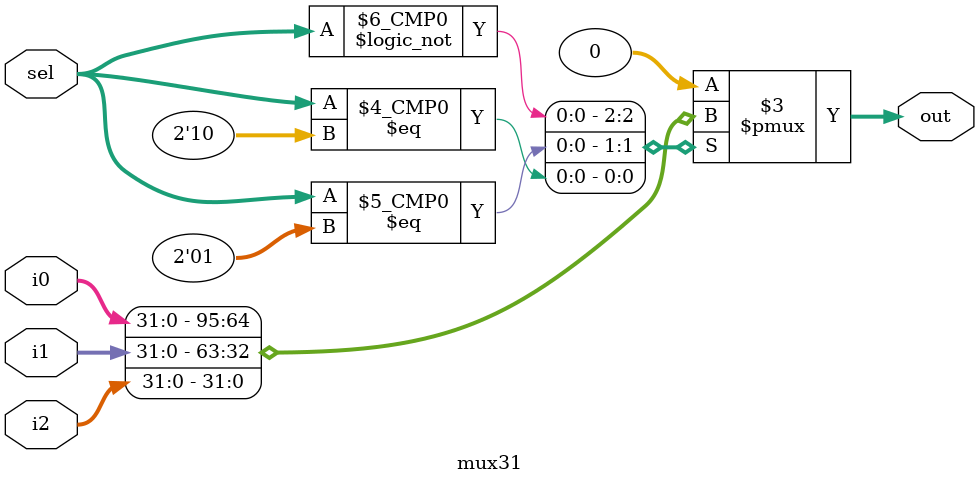
<source format=v>
module mux31 #(parameter WIDTH=32) (
  input wire [1:0] sel,
  input wire [WIDTH-1:0] i0,
  input wire [WIDTH-1:0] i1,
  input wire [WIDTH-1:0] i2,
  output reg [WIDTH-1:0] out
);
  always @(*) begin
    case (sel)
      2'b00: out = i0;
      2'b01: out = i1;
      2'b10: out = i2;
      default: out = 'b0;
    endcase
  end
endmodule

</source>
